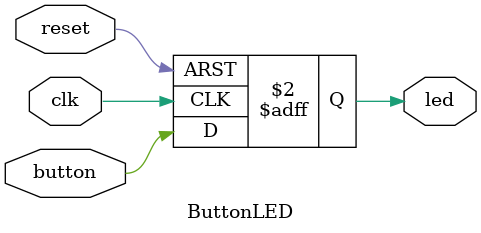
<source format=sv>
module ButtonLED (
    input  logic clk,
    input  logic reset,
    input  logic button,
    output logic led
);

    always_ff @(posedge clk or posedge reset) begin
        if (reset) begin
            led <= 1'b0;
        end else begin
            led <= button;
        end
    end

endmodule

</source>
